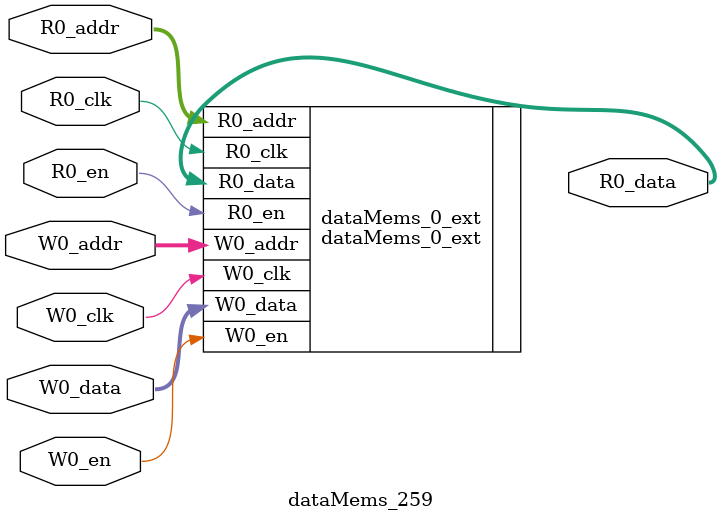
<source format=sv>
`ifndef RANDOMIZE
  `ifdef RANDOMIZE_REG_INIT
    `define RANDOMIZE
  `endif // RANDOMIZE_REG_INIT
`endif // not def RANDOMIZE
`ifndef RANDOMIZE
  `ifdef RANDOMIZE_MEM_INIT
    `define RANDOMIZE
  `endif // RANDOMIZE_MEM_INIT
`endif // not def RANDOMIZE

`ifndef RANDOM
  `define RANDOM $random
`endif // not def RANDOM

// Users can define 'PRINTF_COND' to add an extra gate to prints.
`ifndef PRINTF_COND_
  `ifdef PRINTF_COND
    `define PRINTF_COND_ (`PRINTF_COND)
  `else  // PRINTF_COND
    `define PRINTF_COND_ 1
  `endif // PRINTF_COND
`endif // not def PRINTF_COND_

// Users can define 'ASSERT_VERBOSE_COND' to add an extra gate to assert error printing.
`ifndef ASSERT_VERBOSE_COND_
  `ifdef ASSERT_VERBOSE_COND
    `define ASSERT_VERBOSE_COND_ (`ASSERT_VERBOSE_COND)
  `else  // ASSERT_VERBOSE_COND
    `define ASSERT_VERBOSE_COND_ 1
  `endif // ASSERT_VERBOSE_COND
`endif // not def ASSERT_VERBOSE_COND_

// Users can define 'STOP_COND' to add an extra gate to stop conditions.
`ifndef STOP_COND_
  `ifdef STOP_COND
    `define STOP_COND_ (`STOP_COND)
  `else  // STOP_COND
    `define STOP_COND_ 1
  `endif // STOP_COND
`endif // not def STOP_COND_

// Users can define INIT_RANDOM as general code that gets injected into the
// initializer block for modules with registers.
`ifndef INIT_RANDOM
  `define INIT_RANDOM
`endif // not def INIT_RANDOM

// If using random initialization, you can also define RANDOMIZE_DELAY to
// customize the delay used, otherwise 0.002 is used.
`ifndef RANDOMIZE_DELAY
  `define RANDOMIZE_DELAY 0.002
`endif // not def RANDOMIZE_DELAY

// Define INIT_RANDOM_PROLOG_ for use in our modules below.
`ifndef INIT_RANDOM_PROLOG_
  `ifdef RANDOMIZE
    `ifdef VERILATOR
      `define INIT_RANDOM_PROLOG_ `INIT_RANDOM
    `else  // VERILATOR
      `define INIT_RANDOM_PROLOG_ `INIT_RANDOM #`RANDOMIZE_DELAY begin end
    `endif // VERILATOR
  `else  // RANDOMIZE
    `define INIT_RANDOM_PROLOG_
  `endif // RANDOMIZE
`endif // not def INIT_RANDOM_PROLOG_

// Include register initializers in init blocks unless synthesis is set
`ifndef SYNTHESIS
  `ifndef ENABLE_INITIAL_REG_
    `define ENABLE_INITIAL_REG_
  `endif // not def ENABLE_INITIAL_REG_
`endif // not def SYNTHESIS

// Include rmemory initializers in init blocks unless synthesis is set
`ifndef SYNTHESIS
  `ifndef ENABLE_INITIAL_MEM_
    `define ENABLE_INITIAL_MEM_
  `endif // not def ENABLE_INITIAL_MEM_
`endif // not def SYNTHESIS

module dataMems_259(	// @[generators/ara/src/main/scala/UnsafeAXI4ToTL.scala:365:62]
  input  [4:0]  R0_addr,
  input         R0_en,
  input         R0_clk,
  output [66:0] R0_data,
  input  [4:0]  W0_addr,
  input         W0_en,
  input         W0_clk,
  input  [66:0] W0_data
);

  dataMems_0_ext dataMems_0_ext (	// @[generators/ara/src/main/scala/UnsafeAXI4ToTL.scala:365:62]
    .R0_addr (R0_addr),
    .R0_en   (R0_en),
    .R0_clk  (R0_clk),
    .R0_data (R0_data),
    .W0_addr (W0_addr),
    .W0_en   (W0_en),
    .W0_clk  (W0_clk),
    .W0_data (W0_data)
  );
endmodule


</source>
